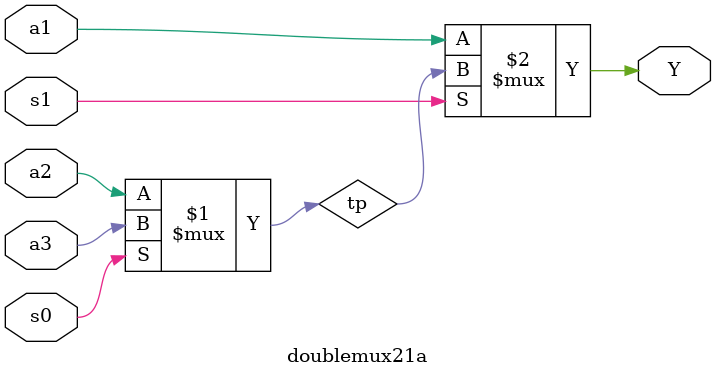
<source format=v>
module doublemux21a(a1,a2,a3,s0,s1,Y);
	input a1,a2,a3,s0,s1;
	output Y;
	wire tp=s0 ? a3 : a2;
	wire Y = s1 ? tp : a1;
endmodule
</source>
